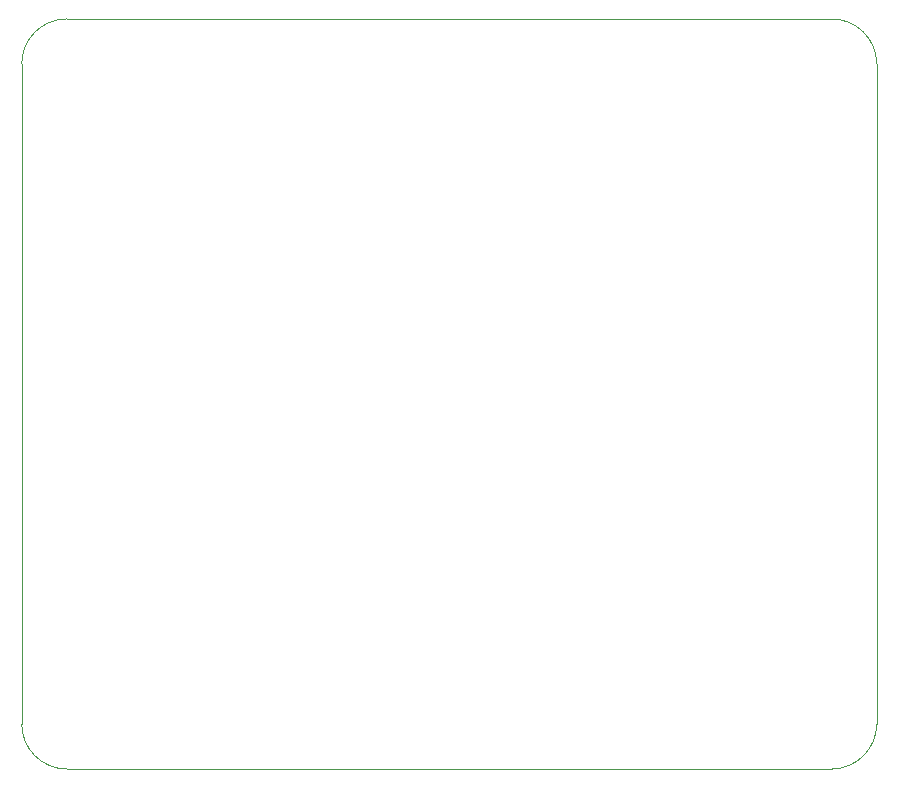
<source format=gbr>
G04 #@! TF.GenerationSoftware,KiCad,Pcbnew,(5.1.2-1)-1*
G04 #@! TF.CreationDate,2019-08-19T15:38:30+10:00*
G04 #@! TF.ProjectId,Clock,436c6f63-6b2e-46b6-9963-61645f706362,v01*
G04 #@! TF.SameCoordinates,Original*
G04 #@! TF.FileFunction,Profile,NP*
%FSLAX46Y46*%
G04 Gerber Fmt 4.6, Leading zero omitted, Abs format (unit mm)*
G04 Created by KiCad (PCBNEW (5.1.2-1)-1) date 2019-08-19 15:38:30*
%MOMM*%
%LPD*%
G04 APERTURE LIST*
%ADD10C,0.050000*%
G04 APERTURE END LIST*
D10*
X111252000Y-63500000D02*
G75*
G02X115062000Y-59690000I3810000J0D01*
G01*
X115062000Y-123190000D02*
G75*
G02X111252000Y-119380000I0J3810000D01*
G01*
X183642000Y-119380000D02*
G75*
G02X179832000Y-123190000I-3810000J0D01*
G01*
X179832000Y-59690000D02*
G75*
G02X183642000Y-63500000I0J-3810000D01*
G01*
X111252000Y-63500000D02*
X111252000Y-119380000D01*
X179832000Y-59690000D02*
X115062000Y-59690000D01*
X183642000Y-119380000D02*
X183642000Y-63500000D01*
X115062000Y-123190000D02*
X179832000Y-123190000D01*
M02*

</source>
